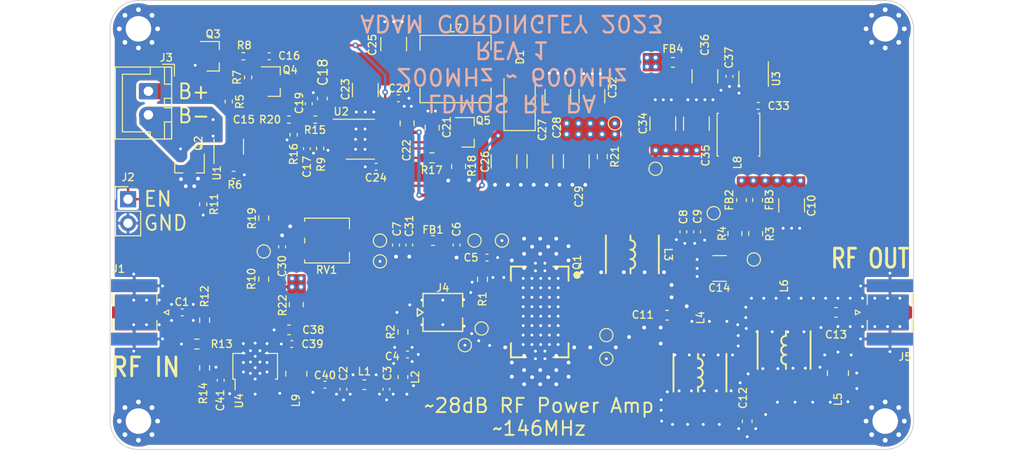
<source format=kicad_pcb>
(kicad_pcb (version 20221018) (generator pcbnew)
  (layers (0 "F.Cu" signal) (1 "In1.Cu" signal) (2 "In2.Cu" signal) (31 "B.Cu" signal) (34 "B.Paste" user) (35 "F.Paste" user) (36 "B.SilkS" user "B.Silkscreen") (37 "F.SilkS" user "F.Silkscreen") (38 "B.Mask" user) (39 "F.Mask" user) (44 "Edge.Cuts" user))
  (net 0 "")
  (net 1 "/RF_IN")
  (net 2 "/RF_IN_EXT")
  (net 3 "GND")
  (net 4 "/IN_FILT_LC")
  (net 5 "/IN_FILT_FINAL")
  (net 6 "/BIAS_FILT")
  (net 7 "/TEE_ATTN_IN")
  (net 8 "/FET_PWR_FILT")
  (net 9 "/FET_DRAIN")
  (net 10 "/OUT_FILT_1")
  (net 11 "/OUT_FILT_2")
  (net 12 "/OUT_FILT_3")
  (net 13 "/RF_OUT_EXT")
  (net 14 "/C_DAMP")
  (net 15 "/COAX_TP_IN")
  (net 16 "/FET_GATE")
  (net 17 "/BIAS")
  (net 18 "BOOST_VOUT")
  (net 19 "/Power Conversion/BATT_GND")
  (net 20 "/Power Conversion/PROT_VDD")
  (net 21 "/Power Conversion/BOOST_VIN")
  (net 22 "/Power Conversion/VIN_SW_G")
  (net 23 "/Power Conversion/BOOST_SS")
  (net 24 "/Power Conversion/BOOST_VCOMP")
  (net 25 "/Power Conversion/VC_RC")
  (net 26 "/Power Conversion/INTVCC")
  (net 27 "/Power Conversion/BOOST_DRV")
  (net 28 "/Power Conversion/BOOST_ISNS")
  (net 29 "/Power Conversion/BUCK_SW")
  (net 30 "/Power Conversion/BUCK_BST")
  (net 31 "V-5P0")
  (net 32 "/Power Conversion/BUCK_VIN")
  (net 33 "/TEE_ATTN")
  (net 34 "Net-(C38-Pad1)")
  (net 35 "/RF_AMP_OUT")
  (net 36 "/V-VCC_BIAS")
  (net 37 "/RF_AMP_IN")
  (net 38 "/TEE_OUT")
  (net 39 "/Power Conversion/BOOST_SW")
  (net 40 "/Power Conversion/BOOST_EN")
  (net 41 "/Power Conversion/VIN_EXT")
  (net 42 "/Power Conversion/BUCK_FB")
  (net 43 "/Power Conversion/PROT_DO")
  (net 44 "/Power Conversion/VIN_SW_NFET_D")
  (net 45 "/Power Conversion/BOOST_GATE")
  (net 46 "/Power Conversion/BOOST_CS")
  (net 47 "/Power Conversion/PROT_VM")
  (net 48 "/Power Conversion/BOOST_RT")
  (net 49 "/Power Conversion/BOOST_FB")
  (net 50 "/Power Conversion/PROT_CO")
  (net 52 "/Power Conversion/BOOST_PG")
  (footprint "Inductor_SMD:L_1008_2520Metric" (layer "F.Cu") (at 156 86.925 90)
    (fp_text reference "L5")
    (fp_text value "10nH")
  )
  (footprint "Capacitor_SMD:C_0603_1608Metric" (layer "F.Cu") (at 137.925 80.8 180)
    (fp_text reference "C11")
    (fp_text value "6.8pF")
  )
  (footprint "Resistor_SMD:R_0402_1005Metric" (layer "F.Cu") (at 98.42 61.71 -90)
    (fp_text reference "R16")
    (fp_text value "10k")
  )
  (footprint "Inductor_SMD:L_0603_1608Metric" (layer "F.Cu") (at 113.1625 72.9)
    (fp_text reference "FB1")
    (fp_text value "330@100MHz")
  )
  (footprint "Capacitor_SMD:C_1210_3225Metric" (layer "F.Cu") (at 120.67 64.525 -90)
    (fp_text reference "C26")
    (fp_text value "22uF")
  )
  (footprint "TestPoint:TestPoint_Pad_D1.0mm" (layer "F.Cu") (at 120.45 72.9)
    (fp_text reference "TP8" hide)
    (fp_text value "TestPoint")
  )
  (footprint "TestPoint:TestPoint_Pad_D1.0mm" (layer "F.Cu") (at 131.5 85.4)
    (fp_text reference "TP12" hide)
    (fp_text value "TestPoint")
  )
  (footprint "Resistor_SMD:R_0402_1005Metric" (layer "F.Cu") (at 91.55 58.2 -90)
    (fp_text reference "R5")
    (fp_text value "330")
  )
  (footprint "Resistor_SMD:R_0603_1608Metric" (layer "F.Cu") (at 113.045 64.15 180)
    (fp_text reference "R17")
    (fp_text value "0.0")
  )
  (footprint "Resistor_SMD:R_0402_1005Metric" (layer "F.Cu") (at 93.09 53.4 180)
    (fp_text reference "R8")
    (fp_text value "330")
  )
  (footprint "Capacitor_SMD:C_1210_3225Metric" (layer "F.Cu") (at 137.475 60.525 90)
    (fp_text reference "C34")
    (fp_text value "22uF")
  )
  (footprint "Capacitor_SMD:C_1210_3225Metric" (layer "F.Cu") (at 151.1 69.175 90)
    (fp_text reference "C10")
    (fp_text value "10uF")
  )
  (footprint "Resistor_SMD:R_0402_1005Metric" (layer "F.Cu") (at 88.85 69.06 -90)
    (fp_text reference "R11")
    (fp_text value "10k")
  )
  (footprint "Repowered_TO-SOT-SMD:SOT-23" (layer "F.Cu") (at 96.35 56.08)
    (fp_text reference "Q4")
    (fp_text value "DMP2035U-7")
  )
  (footprint "Resistor_SMD:R_0603_1608Metric" (layer "F.Cu") (at 118.4 77 90)
    (fp_text reference "R1")
    (fp_text value "49.9")
  )
  (footprint "Package_TO_SOT_SMD:SOT-23-6" (layer "F.Cu") (at 91.55 62.9625 90)
    (fp_text reference "U1")
    (fp_text value "AP9101CK6")
  )
  (footprint "Capacitor_SMD:C_0402_1005Metric" (layer "F.Cu") (at 99.82 63.18 -90)
    (fp_text reference "C17")
    (fp_text value "0.1uF")
  )
  (footprint "Package_TO_SOT_SMD:TSOT-23-6" (layer "F.Cu") (at 147.075 55.7875 -90)
    (fp_text reference "U3")
    (fp_text value "AP63205WU-7")
  )
  (footprint "Capacitor_SMD:C_0402_1005Metric" (layer "F.Cu") (at 101.73 88.15 180)
    (fp_text reference "C40")
    (fp_text value "1000pF")
  )
  (footprint "Resistor_SMD:R_0603_1608Metric" (layer "F.Cu") (at 109.98 82.575 90)
    (fp_text reference "R2")
    (fp_text value "0.0")
  )
  (footprint "TestPoint:TestPoint_Pad_D1.0mm" (layer "F.Cu") (at 147.1 74.9)
    (fp_text reference "TP7" hide)
    (fp_text value "TestPoint")
  )
  (footprint "TestPoint:TestPoint_Pad_D1.0mm" (layer "F.Cu") (at 132.4 60.5)
    (fp_text reference "TP5" hide)
    (fp_text value "TestPoint")
  )
  (footprint "Capacitor_SMD:C_0402_1005Metric" (layer "F.Cu") (at 139.65 71.98 -90)
    (fp_text reference "C8")
    (fp_text value "1000pF")
  )
  (footprint "Potentiometer_SMD:Potentiometer_Bourns_3314G_Vertical" (layer "F.Cu") (at 101.95 72.9 90)
    (fp_text reference "RV1")
    (fp_text value "10k")
  )
  (footprint "TestPoint:TestPoint_Pad_D1.0mm" (layer "F.Cu") (at 142.85 70)
    (fp_text reference "TP4" hide)
    (fp_text value "TestPoint")
  )
  (footprint "Package_TO_SOT_SMD:SOT-89-3" (layer "F.Cu") (at 94.35 86.2 90)
    (fp_text reference "U4")
    (fp_text value "PGA-105")
  )
  (footprint "Capacitor_SMD:C_0402_1005Metric" (layer "F.Cu") (at 110.65 73.38 -90)
    (fp_text reference "C31")
    (fp_text value "1000pF")
  )
  (footprint "TestPoint:TestPoint_Pad_D1.0mm" (layer "F.Cu") (at 116.532233 83.967767 -45)
    (fp_text reference "TP13" hide)
    (fp_text value "TestPoint")
  )
  (footprint "Repowered_Connectors:SMA_Amphenol_132384_EdgeMount" (layer "F.Cu") (at 81.2 80.5 -90)
    (fp_text reference "J1")
    (fp_text value "Conn_Coaxial")
  )
  (footprint "Resistor_SMD:R_0402_1005Metric" (layer "F.Cu") (at 93.6 55.64 90)
    (fp_text reference "R7")
    (fp_text value "10k")
  )
  (footprint "Capacitor_SMD:C_0402_1005Metric" (layer "F.Cu") (at 115.65 73.38 -90)
    (fp_text reference "C6")
    (fp_text value "0.1uF")
  )
  (footprint "Resistor_SMD:R_0603_1608Metric" (layer "F.Cu") (at 89 81.325 -90)
    (fp_text reference "R12")
    (fp_text value "0.0")
  )
  (footprint "Inductor_SMD:L_0603_1608Metric" (layer "F.Cu") (at 138.5375 54.05)
    (fp_text reference "FB4")
    (fp_text value "330@100MHz")
  )
  (footprint "Inductor_SMD:L_0603_1608Metric" (layer "F.Cu") (at 147.5 68.6125 90)
    (fp_text reference "FB3")
    (fp_text value "330@100MHz")
  )
  (footprint "TestPoint:TestPoint_Pad_D1.0mm" (layer "F.Cu") (at 117.55 72.9)
    (fp_text reference "TP2" hide)
    (fp_text value "TestPoint")
  )
  (footprint "Capacitor_SMD:C_0402_1005Metric" (layer "F.Cu") (at 100.02 58.42 90)
    (fp_text reference "C19")
    (fp_text value "0.022uF")
  )
  (footprint "Diode_SMD:D_SMA" (layer "F.Cu") (at 122.32 57.75 90)
    (fp_text reference "D1")
    (fp_text value "SS54SMA")
  )
  (footprint "Repowered_TO-SOT-SMD:SOT-1483-1" (layer "F.Cu") (at 124.5 80.45 90)
    (fp_text reference "Q1")
    (fp_text value "BLP15H9S100GZ")
  )
  (footprint "Capacitor_SMD:C_0402_1005Metric" (layer "F.Cu") (at 118.88 74.7)
    (fp_text reference "C5")
    (fp_text value "1000pF")
  )
  (footprint "Connector_PinHeader_2.54mm:PinHeader_1x02_P2.54mm_Vertical" (layer "F.Cu") (at 80.9 68.525)
    (fp_text reference "J2")
    (fp_text value "Conn_01x02")
  )
  (footprint "Resistor_SMD:R_0603_1608Metric" (layer "F.Cu") (at 95.25 70.525 90)
    (fp_text reference "R19")
    (fp_text value "0.0")
  )
  (footprint "Inductor_SMD:L_Sunlord_MWSA0624S" (layer "F.Cu") (at 115.545 54.75)
    (fp_text reference "L7")
    (fp_text value "10uH")
  )
  (footprint "Repowered_TO-SOT-SMD:SOT-23" (layer "F.Cu") (at 87.4 65.1 -90)
    (fp_text reference "Q2")
    (fp_text value "DMN3023L")
  )
  (footprint "TestPoint:TestPoint_Pad_D1.0mm" (layer "F.Cu") (at 136.7 65.3)
    (fp_text reference "TP10" hide)
    (fp_text value "TestPoint")
  )
  (footprint "Capacitor_SMD:C_0805_2012Metric" (layer "F.Cu") (at 110.42 60.5 90)
    (fp_text reference "C22")
    (fp_text value "1uF")
  )
  (footprint "TestPoint:TestPoint_Pad_D1.0mm" (layer "F.Cu") (at 107.55 72.9)
    (fp_text reference "TP1" hide)
    (fp_text value "TestPoint")
  )
  (footprint "MountingHole:MountingHole_2.7mm_M2.5_Pad_Via" (layer "F.Cu") (at 82 92)
    (fp_text reference "H4" hide)
    (fp_text value "M2.5")
  )
  (footprint "Inductor_SMD:L_1008_2520Metric_Pad1.43x2.20mm_HandSolder" (layer "F.Cu") (at 98.7 86.9875 -90)
    (fp_text reference "L9")
    (fp_text value "120nH")
  )
  (footprint "TestPoint:TestPoint_Pad_D1.0mm" (layer "F.Cu") (at 95.25 74.05)
    (fp_text reference "TP9" hide)
    (fp_text value "TestPoint")
  )
  (footprint "Capacitor_SMD:C_0402_1005Metric" (layer "F.Cu") (at 110.46 84.95)
    (fp_text reference "C4")
    (fp_text value "3.6pF")
  )
  (footprint "Capacitor_SMD:C_0402_1005Metric" (layer "F.Cu") (at 90.7 87.68 90)
    (fp_text reference "C41")
    (fp_text value "1000pF")
  )
  (footprint "Capacitor_SMD:C_0402_1005Metric" (layer "F.Cu") (at 95.83 53.4 180)
    (fp_text reference "C16")
    (fp_text value "1000pF")
  )
  (footprint "Resistor_SMD:R_0603_1608Metric" (layer "F.Cu") (at 131.07 64.025 -90)
    (fp_text reference "R21")
    (fp_text value "0.0")
  )
  (footprint "Capacitor_SMD:C_0402_1005Metric" (layer "F.Cu") (at 144.525 55.53 -90)
    (fp_text reference "C37")
    (fp_text value "0.1uF")
  )
  (footprint "Resistor_SMD:R_0402_1005Metric" (layer "F.Cu") (at 97.91 60.1 180)
    (fp_text reference "R20")
    (fp_text value "100k")
  )
  (footprint "Capacitor_SMD:C_0402_1005Metric" (layer "F.Cu") (at 98.22 83.85)
    (fp_text reference "C39")
    (fp_text value "1000pF")
  )
  (footprint "Inductor_SMD:L_0603_1608Metric" (layer "F.Cu") (at 109.98 87.3375 90)
    (fp_text reference "L2")
    (fp_text value "16nH")
  )
  (footprint "Resistor_SMD:R_0402_1005Metric" (layer "F.Cu") (at 92.06 65.95)
    (fp_text reference "R6")
    (fp_text value "1k")
  )
  (footprint "Repowered_NetTies:NetTie-2_SMD_Pad0.25mm" (layer "F.Cu") (at 149.125 61.025 -90)
    (fp_text reference "NT1" hide)
    (fp_text value "NetTie_2")
  )
  (footprint "Resistor_SMD:R_0805_2012Metric" (layer "F.Cu") (at 145.1 72.1625 -90)
    (fp_text reference "R4")
    (fp_text value "1.0")
  )
  (footprint "MountingHole:MountingHole_2.7mm_M2.5_Pad_Via" (layer "F.Cu") (at 82 50.5)
    (fp_text reference "H1" hide)
    (fp_text value "M2.5")
  )
  (footprint "Capacitor_SMD:C_0402_1005Metric" (layer "F.Cu") (at 86.63 80.5 180)
    (fp_text reference "C1")
    (fp_text value "1000pF")
  )
  (footprint "Inductor_SMD:L_0603_1608Metric" (layer "F.Cu") (at 105.8925 88.15)
    (fp_text reference "L1")
    (fp_text value "18nH")
  )
  (footprint "Repowered_TO-SOT-SMD:SOT-23" (layer "F.Cu") (at 116.87 61.45)
    (fp_text reference "Q5")
    (fp_text value "DMN3023L")
  )
  (footprint "Repowered_Connectors:SMA_Amphenol_132384_EdgeMount" (layer "F.Cu") (at 161.85 80.5 90)
    (fp_text reference "J5")
    (fp_text value "Conn_Coaxial")
  )
  (footprint "Resistor_SMD:R_0402_1005Metric" (layer "F.Cu") (at 101.22 63.16 90)
    (fp_text reference "R9")
    (fp_text value "24.9k")
  )
  (footprint "Repowered_Inductors_SMD:L_Coilcraft_2222SQ-181" (layer "F.Cu") (at 141.4 86.885 -90)
    (fp_text reference "L4")
    (fp_text value "180nH")
  )
  (footprint "Capacitor_SMD:C_0805_2012Metric" (layer "F.Cu") (at 113.07 60.95 90)
    (fp_text reference "C21")
    (fp_text value "4.7uF")
  )
  (footprint "Capacitor_SMD:C_1210_3225Metric" (layer "F.Cu") (at 128.32 64.525 -90)
    (fp_text reference "C29")
    (fp_text value "22uF")
  )
  (footprint "Capacitor_SMD:C_1210_3225Metric" (layer "F.Cu") (at 129.97 57.625 90)
    (fp_text reference "C32")
    (fp_text value "22uF")
  )
  (footprint "Connector_JST:JST_XH_B2B-XH-A_1x02_P2.50mm_Vertical" (layer "F.Cu") (at 83.05 57.1 -90)
    (fp_text reference "J3")
    (fp_text value "JST-XH")
  )
  (footprint "Resistor_SMD:R_0805_2012Metric" (layer "F.Cu") (at 115.87 65.0625 90)
    (fp_text reference "R18")
    (fp_text value "0.005")
  )
  (footprint "Capacitor_SMD:C_0402_1005Metric" (layer "F.Cu") (at 109.5 57.85 180)
    (fp_text reference "C20")
    (fp_text value "0.1uF")
  )
  (footprint "Capacitor_SMD:C_1210_3225Metric" (layer "F.Cu") (at 124.47 64.525 -90)
    (fp_text reference "C27")
    (fp_text value "22uF")
  )
  (footprint "Capacitor_SMD:C_1210_3225Metric" (layer "F.Cu") (at 143.475 75.85)
    (fp_text reference "C14")
    (fp_text value "10uF")
  )
  (footprint "Capacitor_SMD:C_1210_3225Metric" (layer "F.Cu") (at 126.37 57.625 90)
    (fp_text reference "C28")
    (fp_text value "22uF")
  )
  (footprint "Capacitor_SMD:C_1210_3225Metric" (layer "F.Cu") (at 141.925 55.525 90)
    (fp_text reference "C36")
    (fp_text value "10uF")
  )
  (footprint "Capacitor_SMD:C_0402_1005Metric" (layer "F.Cu") (at 97.2 73.57 90)
    (fp_text reference "C30")
    (fp_text value "0.1uF")
  )
  (footprint "MountingHole:MountingHole_2.7mm_M2.5_Pad_Via" (layer "F.Cu") (at 161 92)
    (fp_text reference "H3" hide)
    (fp_text value "M2.5")
  )
  (footprint "Resistor_SMD:R_0603_1608Metric" (layer "F.Cu") (at 95.25 76.975 -90)
    (fp_text reference "R10")
    (fp_text value "0.0")
  )
  (footprint "Capacitor_SMD:C_1210_3225Metric" (layer "F.Cu") (at 109 52.125 90)
    (fp_text reference "C25")
    (fp_text value "22uF")
  )
  (footprint "Capacitor_SMD:C_0603_1608Metric" (layer "F.Cu") (at 146.4 92.025 -90)
    (fp_text reference "C12")
    (fp_text value "100pF")
  )
  (footprint "Resistor_SMD:R_0805_2012Metric" (layer "F.Cu") (at 147.3 72.1625 -90)
    (fp_text reference "R3")
    (fp_text value "1.0")
  )
  (footprint "Capacitor_SMD:C_0402_1005Metric" (layer "F.Cu") (at 91.07 60.1)
    (fp_text reference "C15")
    (fp_text value "0.1uF")
  )
  (footprint "Repowered_Inductors_SMD:L_Coilcraft_2222SQ-181" (layer "F.Cu") (at 150.3 84.485 90)
    (fp_text reference "L6")
    (fp_text value "180nH")
  )
  (footprint "Resistor_SMD:R_0603_1608Metric" (layer "F.Cu") (at 89 86.375 -90)
    (fp_text reference "R14")
    (fp_text value "0.0")
  )
  (footprint "Capacitor_SMD:C_0402_1005Metric" (layer "F.Cu") (at 141.1 71.98 -90)
    (fp_text reference "C9")
    (fp_text value "0.1uF")
  )
  (footprint "Capacitor_SMD:C_0402_1005Metric" (layer "F.Cu") (at 147.555 58.65)
    (fp_text reference "C33")
    (fp_text value "0.1uF")
  )
  (footprint "Capacitor_SMD:C_0603_1608Metric" (layer "F.Cu") (at 155.8 80.5 180)
    (fp_text reference "C13")
    (fp_text value "6.8pF")
  )
  (footprint "Inductor_SMD:L_Sunlord_SWPA4018S" (layer "F.Cu") (at 145.475 61.7 -90)
    (fp_text reference "L8")
    (fp_text value "4.7uH")
  )
  (footprint "Repowered_TO-SOT-SMD:SOT-23" (layer "F.Cu") (at 89.9 53.4)
    (fp_text reference "Q3")
    (fp_text value "Si2302")
  )
  (footprint "TestPoint:TestPoint_Pad_D1.0mm" (layer "F.Cu") (at 131.5 82.9)
    (fp_text reference "TP6" hide)
    (fp_text value "TestPoint")
  )
  (footprint "TestPoint:TestPoint_Pad_D1.0mm" (layer "F.Cu") (at 107.55 75.1)
    (fp_text reference "TP11" hide)
    (fp_text value "TestPoint")
  )
  (footprint "Resistor_SMD:R_0603_1608Metric" (layer "F.Cu") (at 88.175 83.85)
    (fp_text reference "R13")
    (fp_text value "0.0")
  )
  (footprint "Capacitor_SMD:C_0402_1005Metric" (layer "F.Cu") (at 107.14 65.1 180)
    (fp_text reference "C24")
    (fp_text value "1000pF")
  )
  (footprint "Capacitor_SMD:C_1210_3225Metric" (layer "F.Cu") (at 141.025 60.525 90)
    (fp_text reference "C35")
    (fp_text value "22uF")
  )
  (footprint "Inductor_SMD:L_0603_1608Metric" (layer "F.Cu") (at 145.8 68.6125 90)
    (fp_text reference "FB2")
    (fp_text value "330@100MHz")
  )
  (footprint "Capacitor_SMD:C_0402_1005Metric" (layer "F.Cu") (at 108.23 88.63 -90)
    (fp_text reference "C3")
    (fp_text value "12pF")
  )
  (footprint "Capacitor_SMD:C_0402_1005Metric" (layer "F.Cu") (at 109.25 73.38 -90)
    (fp_text reference "C7")
    (fp_text value "0.1uF")
  )
  (footprint "Capacitor_SMD:C_0603_1608Metric" (layer "F.Cu") (at 97.925 82.35 180)
    (fp_text reference "C38")
    (fp_text value "2.2uF")
  )
  (footprint "Capacitor_SMD:C_0603_1608Metric" (layer "F.Cu") (at 101.45 57.875 90)
    (fp_text reference "C18")
    (fp_text value "100pF")
  )
  (footprint "Repowered_Inductors_SMD:L_Coilcraft_2222SQ-181" (layer "F.Cu") (at 134.25 74.365 -90)
    (fp_text reference "L3")
    (fp_text value "180nH")
  )
  (footprint "Resistor_SMD:R_0402_1005Metric" (layer "F.Cu") (at 100.71 60.1)
    (fp_text reference "R15")
    (fp_text value "7.5k")
  )
  (footprint "Capacitor_SMD:C_0402_1005Metric" (layer "F.Cu") (at 103.68 88.63 -90)
    (fp_text reference "C2")
    (fp_text value "5.6pF")
  )
  (footprint "MountingHole:MountingHole_2.7mm_M2.5_Pad_Via" (layer "F.Cu") (at 161 50.5)
    (fp_text reference "H2" hide)
    (fp_text value "M2.5")
  )
  (footprint "TestPoint:TestPoint_Pad_D1.0mm" (layer "F.Cu") (at 118.3 82.2 -45)
    (fp_text reference "TP3" hide)
    (fp_text value "TestPoint")
  )
  (footprint "Capacitor_SMD:C_1210_3225Metric" (layer "F.Cu") (at 106 56.975 -90)
    (fp_text reference "C23")
    (fp_text value "22uF")
  )
  (footprint "Repowered_Connectors:Connector_Murata_MM8430-2610RA1" (layer "F.Cu") (at 114.2 80.5)
    (fp_text reference "J4")
    (fp_text value "MM8430-2610")
  )
  (footprint "Resistor_SMD:R_0805_2012Metric" (layer "F.Cu") (at 98.7 79.6875 90)
    (fp_text reference "R22")
    (fp_text value "1.8")
  )
  (footprint "Package_SO:MSOP-12-1EP_3x4mm_P0.65mm_EP1.65x2.85mm" (layer "F.Cu") (at 105.47 62.175)
    (fp_text reference "U2")
    (fp_text value "LT3759xMSE")
  )
  (gr_line (start 164 92) (end 164 50.5) (stroke (width 0.1)) (layer "Edge.Cuts"))
  (gr_arc (start 161 47.5) (mid 163.12132 48.37868) (end 164 50.5) (stroke (width 0.1)) (layer "Edge.Cuts"))
  (gr_line (start 82 95) (end 161 95) (stroke (width 0.1)) (layer "Edge.Cuts"))
  (gr_arc (start 164 92) (mid 163.12132 94.12132) (end 161 95) (stroke (width 0.1)) (layer "Edge.Cuts"))
  (gr_line (start 79 50.5) (end 79 92) (stroke (width 0.1)) (layer "Edge.Cuts"))
  (gr_arc (start 82 95) (mid 79.87868 94.12132) (end 79 92) (stroke (width 0.1)) (layer "Edge.Cuts"))
  (gr_arc (start 79 50.5) (mid 79.87868 48.37868) (end 82 47.5) (stroke (width 0.1)) (layer "Edge.Cuts"))
  (gr_line (start 82 47.5) (end 161 47.5) (stroke (width 0.1)) (layer "Edge.Cuts"))
  (gr_text "LDMOS RF PA\n200MHz ~ 600MHz\nREV 1\nADAM CORDINGLEY 2023" (at 121.5 48.9 180) (layer "B.SilkS") (effects (font (size 1.75 1.75) (thickness 0.25) bold) (justify bottom mirror)))
  (gr_text "~28dB RF Power Amp\n~146MHz" (at 124.4 93.65) (layer "F.SilkS") (effects (font (size 1.5 1.5) (thickness 0.2)) (justify bottom)))
  (gr_text "EN\nGND" (at 82.45 69.775) (layer "F.SilkS") (effects (font (size 1.58 1.5) (thickness 0.2)) (justify left)))
  (gr_text "RF OUT" (at 159.4 74.8) (layer "F.SilkS") (effects (font (size 2 1.5) (thickness 0.3) bold)))
  (gr_text "RF IN" (at 82.75 86.3) (layer "F.SilkS") (effects (font (size 2 1.75) (thickness 0.3) bold)))
  (gr_text "B+\nB-" (at 86.05 58.4) (layer "F.SilkS") (effects (font (size 1.58 1.5) (thickness 0.2)) (justify left)))
  (segment (start 103.68 88.15) (end 105.105 88.15) (width 0.35) (layer "F.Cu") (net 1))
  (segment (start 102.21 88.15) (end 103.68 88.15) (width 0.35) (layer "F.Cu") (net 1))
  (segment (start 81.75 80.5) (end 86.15 80.5) (width 0.35) (layer "F.Cu") (net 2))
  (via (at 130 55.25) (size 0.6) (drill 0.3) (layers "F.Cu" "B.Cu") (net 3))
  (via (at 146.5 87) (size 0.6) (drill 0.3) (layers "F.Cu" "B.Cu") (net 3))
  (via (at 125.35 73.55) (size 0.8) (drill 0.4) (layers "F.Cu" "B.Cu") (net 3))
  (via (at 110.12 58.7) (size 0.6) (drill 0.3) (layers "F.Cu" "B.Cu") (net 3))
  (via (at 135.55 76.25) (size 0.8) (drill 0.4) (layers "F.Cu" "B.Cu") (net 3))
  (via (at 130.95 76.25) (size 0.8) (drill 0.4) (layers "F.Cu" "B.Cu") (net 3))
  (via (at 150.2 71.6) (size 0.6) (drill 0.3) (layers "F.Cu" "B.Cu") (net 3))
  (via (at 146.85 79) (size 0.6) (drill 0.3) (layers "F.Cu" "B.Cu") (net 3))
  (via (at 124.5 72.7) (size 0.8) (drill 0.4) (layers "F.Cu" "B.Cu") (net 3))
  (via (at 123.625 83.9) (size 0.6) (drill 0.3) (layers "F.Cu" "B.Cu") (net 3))
  (via (at 136.675 58) (size 0.6) (drill 0.3) (layers "F.Cu" "B.Cu") (net 3))
  (via (at 154.7 79) (size 0.6) (drill 0.3) (layers "F.Cu" "B.Cu") (net 3))
  (via (at 152.55 86.4) (size 0.6) (drill 0.3) (layers "F.Cu" "B.Cu") (net 3))
  (via (at 133.35 76.25) (size 0.8) (drill 0.4) (layers "F.Cu" "B.Cu") (net 3))
  (via (at 84.2 79.2) (size 0.6) (drill 0.3) (layers "F.Cu" "B.Cu") (net 3))
  (via (at 124.55 80.9) (size 0.6) (drill 0.3) (layers "F.Cu" "B.Cu") (net 3))
  (via (at 155.1875 90) (size 0.6) (drill 0.3) (layers "F.Cu" "B.Cu") (net 3))
  (via (at 125.475 78.9) (size 0.6) (drill 0.3) (layers "F.Cu" "B.Cu") (net 3))
  (via (at 93.85 86.95) (size 0.6) (drill 0.3) (layers "F.Cu" "B.Cu") (net 3))
  (via (at 94.85 86.95) (size 0.6) (drill 0.3) (layers "F.Cu" "B.Cu") (net 3))
  (via (at 141.9 72.85) (size 0.6) (drill 0.3) (layers "F.Cu" "B.Cu") (net 3))
  (via (at 126.2 74.3) (size 0.8) (drill 0.4) (layers "F.Cu" "B.Cu") (net 3))
  (via (at 128.1 84.2) (size 0.8) (drill 0.4) (layers "F.Cu" "B.Cu") (net 3))
  (via (at 126.4 82.9) (size 0.6) (drill 0.3) (layers "F.Cu" "B.Cu") (net 3))
  (via (at 81.5 84.6) (size 0.6) (drill 0.3) (layers "F.Cu" "B.Cu") (net 3))
  (via (at 161.5 76.35) (size 0.6) (drill 0.3) (layers "F.Cu" "B.Cu") (net 3))
  (via (at 151.1 71.6) (size 0.6) (drill 0.3) (layers "F.Cu" "B.Cu") (net 3))
  (via (at 122.7 77.9) (size 0.6) (drill 0.3) (layers "F.Cu" "B.Cu") (net 3))
  (via (at 137.525 58) (size 0.6) (drill 0.3) (layers "F.Cu" "B.Cu") (net 3))
  (via (at 109.1 84.2) (size 0.6) (drill 0.3) (layers "F.Cu" "B.Cu") (net 3))
  (via (at 126.4 80.9) (size 0.6) (drill 0.3) (layers "F.Cu" "B.Cu") (net 3))
  (via (at 156 84.7) (size 0.6) (drill 0.3) (layers "F.Cu" "B.Cu") (net 3))
  (via (at 107.55 75.1) (size 0.6) (drill 0.3) (layers "F.Cu" "B.Cu") (net 3))
  (via (at 138.4 77.6) (size 0.8) (drill 0.4) (layers "F.Cu" "B.Cu") (net 3))
  (via (at 112.62 59.2) (size 0.6) (drill 0.3) (layers "F.Cu" "B.Cu") (net 3))
  (via (at 104.7 87.1) (size 0.6) (drill 0.3) (layers "F.Cu" "B.Cu") (net 3))
  (via (at 148.35 91.3) (size 0.6) (drill 0.3) (layers "F.Cu" "B.Cu") (net 3))
  (via (at 132.5 84.2) (size 0.8) (drill 0.4) (layers "F.Cu" "B.Cu") (net 3))
  (via (at 124.55 81.9) (size 0.6) (drill 0.3) (layers "F.Cu" "B.Cu") (net 3))
  (via (at 125.475 83.9) (size 0.6) (drill 0.3) (layers "F.Cu" "B.Cu") (net 3))
  (via (at 156 79) (size 0.6) (drill 0.3) (layers "F.Cu" "B.Cu") (net 3))
  (via (at 137.3 89.75) (size 0.6) (drill 0.3) (layers "F.Cu" "B.Cu") (net 3))
  (via (at 145.4 81.8) (size 0.6) (drill 0.3) (layers "F.Cu" "B.Cu") (net 3))
  (via (at 107.5 89.15) (size 0.6) (drill 0.3) (layers "F.Cu" "B.Cu") (net 3))
  (via (at 124.55 79.9) (size 0.6) (drill 0.3) (layers "F.Cu" "B.Cu") (net 3))
  (via (at 125.475 79.9) (size 0.6) (drill 0.3) (layers "F.Cu" "B.Cu") (net 3))
  (via (at 124.55 83.9) (size 0.6) (drill 0.3) (layers "F.Cu" "B.Cu") (net 3))
  (via (at 109 85.9) (size 0.6) (drill 0.3) (layers "F.Cu" "B.Cu") (net 3))
  (via (at 123.65 73.55) (size 0.8) (drill 0.4) (layers "F.Cu" "B.Cu") (net 3))
  (via (at 127.5 87.3) (size 0.8) (drill 0.4) (layers "F.Cu" "B.Cu") (net 3))
  (via (at 124.55 78.9) (size 0.6) (drill 0.3) (layers "F.Cu" "B.Cu") (net 3))
  (via (at 97.1 83.85) (size 0.6) (drill 0.3) (layers "F.Cu" "B.Cu") (net 3))
  (via (at 113.42 59.2) (size 0.6) (drill 0.3) (layers "F.Cu" "B.Cu") (net 3))
  (via (at 123.625 82.9) (size 0.6) (drill 0.3) (layers "F.Cu" "B.Cu") (net 3))
  (via (at 125.17714 67) (size 0.8) (drill 0.4) (layers "F.Cu" "B.Cu") (net 3))
  (via (at 123.625 78.9) (size 0.6) (drill 0.3) (layers "F.Cu" "B.Cu") (net 3))
  (via (at 143.625 57) (size 0.6) (drill 0.3) (layers "F.Cu" "B.Cu") (net 3))
  (via (at 127.90571 67) (size 0.8) (drill 0.4) (layers "F.Cu" "B.Cu") (net 3))
  (via (at 124.55 77.9) (size 0.6) (drill 0.3) (layers "F.Cu" "B.Cu") (net 3))
  (via (at 105.05 59.3) (size 0.6) (drill 0.3) (layers "F.Cu" "B.Cu") (net 3))
  (via (at 141.8 85) (size 0.6) (drill 0.3) (layers "F.Cu" "B.Cu") (net 3))
  (via (at 109.9 49.75) (size 0.6) (drill 0.3) (layers "F.Cu" "B.Cu") (net 3))
  (via (at 127.5 73.5) (size 0.8) (drill 0.4) (layers "F.Cu" "B.Cu") (net 3))
  (via (at 105.02 61.1) (size 0.6) (drill 0.3) (layers "F.Cu" "B.Cu") (net 3))
  (via (at 128.9 76.25) (size 0.8) (drill 0.4) (layers "F.Cu" "B.Cu") (net 3))
  (via (at 109 49.75) (size 0.6) (drill 0.3) (layers "F.Cu" "B.Cu") (net 3))
  (via (at 161.5 84.65) (size 0.6) (drill 0.3) (layers "F.Cu" "B.Cu") (net 3))
  (via (at 93.85 85.75) (size 0.6) (drill 0.3) (layers "F.Cu" "B.Cu") (net 3))
  (via (at 137.25 82.1) (size 0.8) (drill 0.4) (layers "F.Cu" "B.Cu") (net 3))
  (via (at 100.5 57.25) (size 0.6) (drill 0.3) (layers "F.Cu" "B.Cu") (net 3))
  (via (at 98.05 71.4) (size 0.8) (drill 0.4) (layers "F.Cu" "B.Cu") (net 3))
  (via (at 81.5 79.2) (size 0.6) (drill 0.3) (layers "F.Cu" "B.Cu") (net 3))
  (via (at 122.8 86.6) (size 0.8) (drill 0.4) (layers "F.Cu" "B.Cu") (net 3))
  (via (at 120.8 84.2) (size 0.8) (drill 0.4) (layers "F.Cu" "B.Cu") (net 3))
  (via (at 148.05 86.45) (size 0.6) (drill 0.3) (layers "F.Cu" "B.Cu") (net 3))
  (via (at 93.85 84.55) (size 0.6) (drill 0.3) (layers "F.Cu" "B.Cu") (net 3))
  (via (at 157.3 79) (size 0.6) (drill 0.3) (layers "F.Cu" "B.Cu") (net 3))
  (via (at 82.85 81.8) (size 0.6) (drill 0.3) (layers "F.Cu" "B.Cu") (net 3))
  (via (at 123.65 87.35) (size 0.8) (drill 0.4) (layers "F.Cu" "B.Cu") (net 3))
  (via (at 152.1 79) (size 0.6) (drill 0.3) (layers "F.Cu" "B.Cu") (net 3))
  (via (at 125 76.1) (size 0.6) (drill 0.3) (layers "F.Cu" "B.Cu") (net 3))
  (via (at 124 76.1) (size 0.6) (drill 0.3) (layers "F.Cu" "B.Cu") (net 3))
  (via (at 84.55 77.7) (size 0.6) (drill 0.3) (layers "F.Cu" "B.Cu") (net 3))
  (via (at 137.25 83.8) (size 0.8) (drill 0.4) (layers "F.Cu" "B.Cu") (net 3))
  (via (at 157.4 85) (size 0.6) (drill 0.3) (layers "F.Cu" "B.Cu") (net 3))
  (via (at 122.8 85.1) (size 0.8) (drill 0.4) (layers "F.Cu" "B.Cu") (net 3))
  (via (at 117.15 78.4) (size 0.6) (drill 0.3) (layers "F.Cu" "B.Cu") (net 3))
  (via (at 95.6 86.8) (size 0.6) (drill 0.3) (layers "F.Cu" "B.Cu") (net 3))
  (via (at 123.625 76.9) (size 0.6) (drill 0.3) (layers "F.Cu" "B.Cu") (net 3))
  (via (at 126.4 79.9) (size 0.6) (drill 0.3) (layers "F.Cu" "B.Cu") (net 3))
  (via (at 94.35 85.15) (size 0.6) (drill 0.3) (layers "F.Cu" "B.Cu") (net 3))
  (via (at 116.532233 83.967767) (size 0.6) (drill 0.3) (layers "F.Cu" "B.Cu") (net 3))
  (via (at 106 59.3) (size 0.6) (drill 0.3) (layers "F.Cu" "B.Cu") (net 3))
  (via (at 127.5 75) (size 0.8) (drill 0.4) (layers "F.Cu" "B.Cu") (net 3))
  (via (at 157.98644 86.914625) (size 0.6) (drill 0.3) (layers "F.Cu" "B.Cu") (net 3))
  (via (at 123.625 77.9) (size 0.6) (drill 0.3) (layers "F.Cu" "B.Cu") (net 3))
  (via (at 93.1 83.8) (size 0.6) (drill 0.3) (layers "F.Cu" "B.Cu") (net 3))
  (via (at 119.15 84) (size 0.6) (drill 0.3) (layers "F.Cu" "B.Cu") (net 3))
  (via (at 125.475 81.9) (size 0.6) (drill 0.3) (layers "F.Cu" "B.Cu") (net 3))
  (via (at 126.541425 67) (size 0.8) (drill 0.4) (layers "F.Cu" "B.Cu") (net 3))
  (via (at 142.775 58) (size 0.6) (drill 0.3) (layers "F.Cu" "B.Cu") (net 3))
  (via (at 125.45 55.2) (size 0.6) (drill 0.3) (layers "F.Cu" "B.Cu") (net 3))
  (via (at 149.65 86.45) (size 0.6) (drill 0.3) (layers "F.Cu" "B.Cu") (net 3))
  (via (at 94.35 87.55) (size 0.6) (drill 0.3) (layers "F.Cu" "B.Cu") (net 3))
  (via (at 125 84.6) (size 0.6) (drill 0.3) (layers "F.Cu" "B.Cu") (net 3))
  (via (at 123.625 80.9) (size 0.6) (drill 0.3) (layers "F.Cu" "B.Cu") (net 3))
  (via (at 145.65 87.95) (size 0.6) (drill 0.3) (layers "F.Cu" "B.Cu") (net 3))
  (via (at 131.5 85.4) (size 0.6) (drill 0.3) (layers "F.Cu" "B.Cu") (net 3))
  (via (at 126.2 88.1) (size 0.8) (drill 0.4) (layers "F.Cu" "B.Cu") (net 3))
  (via (at 140.85 73.2) (size 0.6) (drill 0.3) (layers "F.Cu" "B.Cu") (net 3))
  (via (at 154.2 82.1) (size 0.6) (drill 0.3) (layers "F.Cu" "B.Cu") (net 3))
  (via (at 93.1 84.8) (size 0.6) (drill 0.3) (layers "F.Cu" "B.Cu") (net 3))
  (via (at 161.25 82) (size 0.6) (drill 0.3) (layers "F.Cu" "B.Cu") (net 3))
  (via (at 157.3 82) (size 0.6) (drill 0.3) (layers "F.Cu" "B.Cu") (net 3))
  (via (at 84.2 81.8) (size 0.6) (drill 0.3) (layers "F.Cu" "B.Cu") (net 3))
  (via (at 143.45 92.35) (size 0.6) (drill 0.3) (layers "F.Cu" "B.Cu") (net 3))
  (via (at 124 75.3) (size 0.6) (drill 0.3) (layers "F.Cu" "B.Cu") (net 3))
  (via (at 158.4 77.7) (size 0.6) (drill 0.3) (layers "F.Cu" "B.Cu") (net 3))
  (via (at 121.084285 67) (size 0.8) (drill 0.4) (layers "F.Cu" "B.Cu") (net 3))
  (via (at 162.55 79) (size 0.6) (drill 0.3) (layers "F.Cu" "B.Cu") (net 3))
  (via (at 110.4 89.15) (size 0.6) (drill 0.3) (layers "F.Cu" "B.Cu") (net 3))
  (via (at 149.05 82.55) (size 0.6) (drill 0.3) (layers "F.Cu" "B.Cu") (net 3))
  (via (at 137.35 92) (size 0.6) (drill 0.3) (layers "F.Cu" "B.Cu") (net 3))
  (via (at 149.6 90) (size 0.6) (drill 0.3) (layers "F.Cu" "B.Cu") (net 3))
  (via (at 122.7 80.9) (size 0.6) (drill 0.3) (layers "F.Cu" "B.Cu") (net 3))
  (via (at 108.95 89.15) (size 0.6) (drill 0.3) (layers "F.Cu" "B.Cu") (net 3))
  (via (at 115.65 74.7) (size 0.8) (drill 0.4) (layers "F.Cu" "B.Cu") (net 3))
  (via (at 125.35 87.35) (size 0.8) (drill 0.4) (layers "F.Cu" "B.Cu") (net 3))
  (via (at 123.625 79.9) (size 0.6) (drill 0.3) (layers "F.Cu" "B.Cu") (net 3))
  (via (at 161.25 79) (size 0.6) (drill 0.3) (layers "F.Cu" "B.Cu") (net 3))
  (via (at 95.6 83.8) (size 0.6) (drill 0.3) (layers "F.Cu" "B.Cu") (net 3))
  (via (at 114.77 66.55) (size 0.8) (drill 0.4) (layers "F.Cu" "B.Cu") (net 3))
  (via (at 140.125 58) (size 0.6) (drill 0.3) (layers "F.Cu" "B.Cu") (net 3))
  (via (at 81.5 81.8) (size 0.6) (drill 0.3) (layers "F.Cu" "B.Cu") (net 3))
  (via (at 104.4 89.15) (size 0.6) (drill 0.3) (layers "F.Cu" "B.Cu") (net 3))
  (via (at 147.45 82.55) (size 0.6) (drill 0.3) (layers "F.Cu" "B.Cu") (net 3))
  (via (at 110.62 57.85) (size 0.6) (drill 0.3) (layers "F.Cu" "B.Cu") (net 3))
  (via (at 126.2 86.6) (size 0.8) (drill 0.4) (layers "F.Cu" "B.Cu") (net 3))
  (via (at 106 65.1) (size 0.6) (drill 0.3) (layers "F.Cu" "B.Cu") (net 3))
  (via (at 94.35 89.15) (size 0.6) (drill 0.3) (layers "F.Cu" "B.Cu") (net 3))
  (via (at 145.525 56.55) (size 0.6) (drill 0.3) (layers "F.Cu" "B.Cu") (net 3))
  (via (at 110.87 58.7) (size 0.6) (drill 0.3) (layers "F.Cu" "B.Cu") (net 3))
  (via (at 117.3 77.3) (size 0.6) (drill 0.3) (layers "F.Cu" "B.Cu") (net 3))
  (via (at 141.025 58) (size 0.6) (drill 0.3) (layers "F.Cu" "B.Cu") (net 3))
  (via (at 125.475 82.9) (size 0.6) (drill 0.3) (layers "F.Cu" "B.Cu") (net 3))
  (via (at 145.525 57.3) (size 0.6) (drill 0.3) (layers "F.Cu" "B.Cu") (net 3))
  (via (at 121.5 85.8) (size 0.8) (drill 0.4) (layers "F.Cu" "B.Cu") (net 3))
  (via (at 104.97 62.2) (size 0.6) (drill 0.3) (layers "F.Cu" "B.Cu") (net 3))
  (via (at 94.85 84.55) (size 0.6) (drill 0.3) (layers "F.Cu" "B.Cu") (net 3))
  (via (at 141.1 75.85) (size 0.6) (drill 0.3) (layers "F.Cu" "B.Cu") (net 3))
  (via (at 88 54.35) (size 0.6) (drill 0.3) (layers "F.Cu" "B.Cu") (net 3))
  (via (at 158.6 79) (size 0.6) (drill 0.3) (layers "F.Cu" "B.Cu") (net 3))
  (via (at 124.55 76.9) (size 0.6) (drill 0.3) (layers "F.Cu" "B.Cu") (net 3))
  (via (at 102.95 89.15) (size 0.6) (drill 0.3) (layers "F.Cu" "B.Cu") (net 3))
  (via (at 122.8 72.7) (size 0.8) (drill 0.4) (layers "F.Cu" "B.Cu") (net 3))
  (via (at 123.625 81.9) (size 0.6) (drill 0.3) (layers "F.Cu" "B.Cu") (net 3))
  (via (at 120.45 72.9) (size 0.6) (drill 0.3) (layers "F.Cu" "B.Cu") (net 3))
  (via (at 110.7 79.7) (size 0.6) (drill 0.3) (layers "F.Cu" "B.Cu") (net 3))
  (via (at 159.9 82) (size 0.6) (drill 0.3) (layers "F.Cu" "B.Cu") (net 3))
  (via (at 139.2 88.8) (size 0.6) (drill 0.3) (layers "F.Cu" "B.Cu") (net 3))
  (via (at 86.5 66.4) (size 0.8) (drill 0.4) (layers "F.Cu" "B.Cu") (net 3))
  (via (at 87 67.15) (size 0.8) (drill 0.4) (layers "F.Cu" "B.Cu") (net 3))
  (via (at 105.97 63.25) (size 0.6) (drill 0.3) (layers "F.Cu" "B.Cu") (net 3))
  (via (at 114.2 81.8) (size 0.6) (drill 0.3) (layers "F.Cu" "B.Cu") (net 3))
  (via (at 150.7 82.55) (size 0.6) (drill 0.3) (layers "F.Cu" "B.Cu") (net 3))
  (via (at 126.35 55.2) (size 0.6) (drill 0.3) (layers "F.Cu" "B.Cu") (net 3))
  (via (at 93.1 85.8) (size 0.6) (drill 0.3) (layers "F.Cu" "B.Cu") (net 3))
  (via (at 111.6 84.95) (size 0.6) (drill 0.3) (layers "F.Cu" "B.Cu") (net 3))
  (via (at 103.7 89.75) (size 0.6) (drill 0.3) (layers "F.Cu" "B.Cu") (net 3))
  (via (at 144.25 81.45) (size 0.6) (drill 0.3) (layers "F.Cu" "B.Cu") (net 3))
  (via (at 95.6 84.8) (size 0.6) (drill 0.3) (layers "F.Cu" "B.Cu") (net 3))
  (via (at 109.35 80.5) (size 0.6) (drill 0.3) (layers "F.Cu" "B.Cu") (net 3))
  (via (at 127.2 55.2) (size 0.6) (drill 0.3) (layers "F.Cu" "B.Cu") (net 3))
  (via (at 140.55 81.45) (size 0.6) (drill 0.3) (layers "F.Cu" "B.Cu") (net 3))
  (via (at 85.5 79.65) (size 0.6) (drill 0.3) (layers "F.Cu" "B.Cu") (net 3))
  (via (at 106.9 59.3) (size 0.6) (drill 0.3) (layers "F.Cu" "B.Cu") (net 3))
  (via (at 140.1 92.35) (size 0.6) (drill 0.3) (layers "F.Cu" "B.Cu") (net 3))
  (via (at 141.1 74.9) (size 0.6) (drill 0.3) (layers "F.Cu" "B.Cu") (net 3))
  (via (at 86.55 83.85) (size 0.6) (drill 0.3) (layers "F.Cu" "B.Cu") (net 3))
  (via (at 123.812855 67) (size 0.8) (drill 0.4) (layers "F.Cu" "B.Cu") (net 3))
  (via (at 126.4 81.9) (size 0.6) (drill 0.3) (layers "F.Cu" "B.Cu") (net 3))
  (via (at 90.2 86.3) (size 0.6) (drill 0.3) (layers "F.Cu" "B.Cu") (net 3))
  (via (at 112 79.2) (size 0.6) (drill 0.3) (layers "F.Cu" "B.Cu") (net 3))
  (via (at 85.5 81.35) (size 0.6) (drill 0.3) (layers "F.Cu" "B.Cu") (net 3))
  (via (at 157.05 89.95) (size 0.6) (drill 0.3) (layers "F.Cu" "B.Cu") (net 3))
  (via (at 142.4 81.45) (size 0.6) (drill 0.3) (layers "F.Cu" "B.Cu") (net 3))
  (via (at 124 85.4) (size 0.6) (drill 0.3) (layers "F.Cu" "B.Cu") (net 3))
  (via (at 120 74.7) (size 0.6) (drill 0.3) (layers "F.Cu" "B.Cu") (net 3))
  (via (at 126.4 76.9) (size 0.6) (drill 0.3) (layers "F.Cu" "B.Cu") (net 3))
  (via (at 141.1 76.7) (size 0.6) (drill 0.3) (layers "F.Cu" "B.Cu") (net 3))
  (via (at 87.8 79.65) (size 0.6) (drill 0.3) (layers "F.Cu" "B.Cu") (net 3))
  (via (at 145.5 92.8) (size 0.6) (drill 0.3) (layers "F.Cu" "B.Cu") (net 3))
  (via (at 124.5 74.3) (size 0.8) (drill 0.4) (layers "F.Cu" "B.Cu") (net 3))
  (via (at 150.8 79) (size 0.6) (drill 0.3) (layers "F.Cu" "B.Cu") (net 3))
  (via (at 84.55 83.3) (size 0.6) (drill 0.3) (layers "F.Cu" "B.Cu") (net 3))
  (via (at 82.85 79.2) (size 0.6) (drill 0.3) (layers "F.Cu" "B.Cu") (net 3))
  (via (at 130.85 55.25) (size 0.6) (drill 0.3) (layers "F.Cu" "B.Cu") (net 3))
  (via (at 143.15 88.8) (size 0.6) (drill 0.3) (layers "F.Cu" "B.Cu") (net 3))
  (via (at 122.7 82.9) (size 0.6) (drill 0.3) (layers "F.Cu" "B.Cu") (net 3))
  (via (at 153.325 90) (size 0.6) (drill 0.3) (layers "F.Cu" "B.Cu") (net 3))
  (via (at 100.45 88.95) (size 0.6) (drill 0.3) (layers "F.Cu" "B.Cu") (net 3))
  (via (at 138.75 85) (size 0.6) (drill 0.3) (layers "F.Cu" "B.Cu") (net 3))
  (via (at 141.75 92.35) (size 0.6) (drill 0.3) (layers "F.Cu" "B.Cu") (net 3))
  (via (at 110.95 84.2) (size 0.6) (drill 0.3) (layers "F.Cu" "B.Cu") (net 3))
  (via (at 122.8 74.3) (size 0.8) (drill 0.4) (layers "F.Cu" "B.Cu") (net 3))
  (via (at 104.97 63.25) (size 0.6) (drill 0.3) (layers "F.Cu" "B.Cu") (net 3))
  (via (at 135.5 82.1) (size 0.8) (drill 0.4) (layers "F.Cu" "B.Cu") (net 3))
  (via (at 138.375 58) (size 0.6) (drill 0.3) (layers "F.Cu" "B.Cu") (net 3))
  (via (at 144.85 85) (size 0.6) (drill 0.3) (layers "F.Cu" "B.Cu") (net 3))
  (via (at 95.6 85.8) (size 0.6) (drill 0.3) (layers "F.Cu" "B.Cu") (net 3))
  (via (at 140 79.85) (size 0.8) (drill 0.4) (layers "F.Cu" "B.Cu") (net 3))
  (via (at 110.65 74.6) (size 0.8) (drill 0.4) (layers "F.Cu" "B.Cu") (net 3))
  (via (at 133.9 83.1) (size 0.8) (drill 0.4) (layers "F.Cu" "B.Cu") (net 3))
  (via (at 140.5 88.8) (size 0.6) (drill 0.3) (layers "F.Cu" "B.Cu") (net 3))
  (via (at 144.525 56.6) (size 0.6) (drill 0.3) (layers "F.Cu" "B.Cu") (net 3))
  (via (at 151.95 71.6) (size 0.6) (drill 0.3) (layers "F.Cu" "B.Cu") (net 3))
  (via (at 94.85 85.75) (size 0.6) (drill 0.3) (layers "F.Cu" "B.Cu") (net 3))
  (via (at 147.3 92.8) (size 0.6) (drill 0.3) (layers "F.Cu" "B.Cu") (net 3))
  (via (at 116.97 66.5) (size 0.8) (drill 0.4) (layers "F.Cu" "B.Cu") (net 3))
  (via (at 145.45 82.95) (size 0.6) (drill 0.3) (layers "F.Cu" "B.Cu") (net 3))
  (via (at 88.3 66.35) (size 0.8) (drill 0.4) (layers "F.Cu" "B.Cu") (net 3))
  (via (at 122.8 75.8) (size 0.8) (drill 0.4) (layers "F.Cu" "B.Cu") (net 3))
  (via (at 154.6 85) (size 0.6) (drill 0.3) (layers "F.Cu" "B.Cu") (net 3))
  (via (at 110.95 85.7) (size 0.6) (drill 0.3) (layers "F.Cu" "B.Cu") (net 3))
  (via (at 126.2 85.1) (size 0.8) (drill 0.4) (layers "F.Cu" "B.Cu") (net 3))
  (via (at 97.2 72.35) (size 0.8) (drill 0.4) (layers "F.Cu" "B.Cu") (net 3))
  (via (at 125.475 77.9) (size 0.6) (drill 0.3) (layers "F.Cu" "B.Cu") (net 3))
  (via (at 145.45 84.05) (size 0.6) (drill 0.3) (layers "F.Cu" "B.Cu") (net 3))
  (via (at 129.27 67) (size 0.8) (drill 0.4) (layers "F.Cu" "B.Cu") (net 3))
  (via (at 144.7 88.8) (size 0.6) (drill 0.3) (layers "F.Cu" "B.Cu") (net 3))
  (via (at 109.25 74.6) (size 0.8) (drill 0.4) (layers "F.Cu" "B.Cu") (net 3))
  (via (at 126.2 72.7) (size 0.8) (drill 0.4) (layers "F.Cu" "B.Cu") (net 3))
  (via (at 124.55 82.9) (size 0.6) (drill 0.3) (layers "F.Cu" "B.Cu") (net 3))
  (via (at 125.475 80.9) (size 0.6) (drill 0.3) (layers "F.Cu" "B.Cu") (net 3))
  (via (at 119.72 67) (size 0.8) (drill 0.4) (layers "F.Cu" "B.Cu") (net 3))
  (via (at 137.3 90.85) (size 0.6) (drill 0.3) (layers "F.Cu" "B.Cu") (net 3))
  (via (at 152.4 82.55) (size 0.6) (drill 0.3) (layers "F.Cu" "B.Cu") (net 3))
  (via (at 102.05 63.35) (size 0.6) (drill 0.3) (layers "F.Cu" "B.Cu") (net 3))
  (via (at 162.55 82) (size 0.6) (drill 0.3) (layers "F.Cu" "B.Cu") (net 3))
  (via (at 122.7 81.9) (size 0.6) (drill 0.3) (layers "F.Cu" "B.Cu") (net 3))
  (via (at 143.325 85) (size 0.6) (drill 0.3) (layers "F.Cu" "B.Cu") (net 3))
  (via (at 122.7 83.9) (size 0.6) (drill 0.3) (layers "F.Cu" "B.Cu") (net 3))
  (via (at 126.2 75.8) (size 0.8) (drill 0.4) (layers "F.Cu" "B.Cu") (net 3))
  (via (at 151.4625 90) (size 0.6) (drill 0.3) (layers "F.Cu" "B.Cu") (net 3))
  (via (at 137.95 88.9) (size 0.6) (drill 0.3) (layers "F.Cu" "B.Cu") (net 3))
  (via (at 126.4 78.9) (size 0.6) (drill 0.3) (layers "F.Cu" "B.Cu") (net 3))
  (via (at 138.5 92.35) (size 0.6) (drill 0.3) (layers "F.Cu" "B.Cu") (net 3))
  (via (at 94.35 86.35) (size 0.6) (drill 0.3) (layers "F.Cu" "B.Cu") (net 3))
  (via (at 97.72 62.25) (size 0.6) (drill 0.3) (layers "F.Cu" "B.Cu") (net 3))
  (via (at 96.35 82.35) (size 0.6) (drill 0.3) (layers "F.Cu" "B.Cu") (net 3))
  (via (at 121.5 87.3) (size 0.8) (drill 0.4) (layers "F.Cu" "B.Cu") (net 3))
  (via (at 149.45 79) (size 0.6) (drill 0.3) (layers "F.Cu" "B.Cu") (net 3))
  (via (at 87.9 67.15) (size 0.8) (drill 0.4) (layers "F.Cu" "B.Cu") (net 3))
  (via (at 124.5 88.1) (size 0.8) (drill 0.4) (layers "F.Cu" "B.Cu") (net 3))
  (via (at 105.97 62.2) (size 0.6) (drill 0.3) (layers "F.Cu" "B.Cu") (net 3))
  (via (at 129.1 55.25) (size 0.6) (drill 0.3) (layers "F.Cu" "B.Cu") (net 3))
  (via (at 137.6 76.25) (size 0.8) (drill 0.4) (layers "F.Cu" "B.Cu") (net 3))
  (via (at 100.52 63.65) (size 0.6) (drill 0.3) (layers "F.Cu" "B.Cu") (net 3))
  (via (at 122.7 79.9) (size 0.6) (drill 0.3) (layers "F.Cu" "B.Cu") (net 3))
  (via (at 154.1 86.3) (size 0.6) (drill 0.3) (layers "F.Cu" "B.Cu") (net 3))
  (via (at 96.95 89.05) (size 0.6) (drill 0.3) (layers "F.Cu" "B.Cu") (net 3))
  (via (at 124 84.6) (size 0.6) (drill 0.3) (layers "F.Cu" "B.Cu") (net 3))
  (via (at 87.8 81.35) (size 0.6) (drill 0.3) (layers "F.Cu" "B.Cu") (net 3))
  (via (at 125 75.3) (size 0.6) (drill 0.3) (layers "F.Cu" "B.Cu") (net 3))
  (via (at 125 85.4) (size 0.6) (drill 0.3) (layers "F.Cu" "B.Cu") (net 3))
  (via (at 93.1 86.8) (size 0.6) (drill 0.3) (layers "F.Cu" "B.Cu") (net 3))
  (via (at 94.35 83.75) (size 0.6) (drill 0.3) (layers "F.Cu" "B.Cu") (net 3))
  (via (at 146.3 82.2) (size 0.6) (drill 0.3) (layers "F.Cu" "B.Cu") (net 3))
  (via (at 107.15 87.1) (size 0.6) (drill 0.3) (layers "F.Cu" "B.Cu") (net 3))
  (via (at 105.97 61.1) (size 0.6) (drill 0.3) (layers "F.Cu" "B.Cu") (net 3))
  (via (at 159.9 79) (size 0.6) (drill 0.3) (layers "F.Cu" "B.Cu") (net 3))
  (via (at 127.5 85.8) (size 0.8) (drill 0.4) (layers "F.Cu" "B.Cu") (net 3))
  (via (at 116.45 81.95) (size 0.6) (drill 0.3) (layers "F.Cu" "B.Cu") (net 3))
  (via (at 141.925 58) (size 0.6) (drill 0.3) (layers "F.Cu" "B.Cu") (net 3))
  (via (at 146.4 93.65) (size 0.6) (drill 0.3) (layers "F.Cu" "B.Cu") (net 3))
  (via (at 158.4 83.3) (size 0.6) (drill 0.3) (layers "F.Cu" "B.Cu") (net 3))
  (via (at 88.85 70.2) (size 0.6) (drill 0.3) (layers "F.Cu" "B.Cu") (net 3))
  (via (at 121.5 75) (size 0.8) (drill 0.4) (layers "F.Cu" "B.Cu") (net 3))
  (via (at 118 83.5) (size 0.6) (drill 0.3) (layers "F.Cu" "B.Cu") (net 3))
  (via (at 108.25 89.75) (size 0.6) (drill 0.3) (layers "F.Cu" "B.Cu") (net 3))
  (via (at 141.85 88.8) (size 0.6) (drill 0.3) (layers "F.Cu" "B.Cu") (net 3))
  (via (at 146.25 79.95) (size 0.6) (drill 0.3) (layers "F.Cu" "B.Cu") (net 3))
  (via (at 91.65 89.1) (size 0.6) (drill 0.3) (layers "F.Cu" "B.Cu") (net 3))
  (via (at 117.25 82.75) (size 0.6) (drill 0.3) (layers "F.Cu" "B.Cu") (net 3))
  (via (at 122.7 78.9) (size 0.6) (drill 0.3) (layers "F.Cu" "B.Cu") (net 3))
  (via (at 140.275 85) (size 0.6) (drill 0.3) (layers "F.Cu" "B.Cu") (net 3))
  (via (at 129.8 84.2) (size 0.8) (drill 0.4) (layers "F.Cu" "B.Cu") (net 3))
  (via (at 122.7 76.9) (size 0.6) (drill 0.3) (layers "F.Cu" "B.Cu") (net 3))
  (via (at 125.475 76.9) (size 0.6) (drill 0.3) (layers "F.Cu" "B.Cu") (net 3))
  (via (at 158.6 82) (size 0.6) (drill 0.3) (layers "F.Cu" "B.Cu") (net 3))
  (via (at 119.5 76.8) (size 0.6) (drill 0.3) (layers "F.Cu" "B.Cu") (net 3))
  (via (at 151.25 86.4) (size 0.6) (drill 0.3) (layers "F.Cu" "B.Cu") (net 3))
  (via (at 81.5 76.45) (size 0.6) (drill 0.3) (layers "F.Cu" "B.Cu") (net 3))
  (via (at 153.4 79) (size 0.6) (drill 0.3) (layers "F.Cu" "B.Cu") (net 3))
  (via (at 146.25 81.05) (size 0.6) (drill 0.3) (layers "F.Cu" "B.Cu") (net 3))
  (via (at 112 81.8) (size 0.6) (drill 0.3) (layers "F.Cu" "B.Cu") (net 3))
  (via (at 126.4 77.9) (size 0.6) (drill 0.3) (layers "F.Cu" "B.Cu") (net 3))
  (via (at 124.5 86.6) (size 0.8) (drill 0.4) (layers "F.Cu" "B.Cu") (net 3))
  (via (at 148.15 79) (size 0.6) (drill 0.3) (layers "F.Cu" "B.Cu") (net 3))
  (via (at 122.8 88.1) (size 0.8) (drill 0.4) (layers "F.Cu" "B.Cu") (net 3))
  (via (at 126.4 83.9) (size 0.6) (drill 0.3) (layers "F.Cu" "B.Cu") (net 3))
  (via (at 139.8 73.2) (size 0.6) (drill 0.3) (layers "F.Cu" "B.Cu") (net 3))
  (via (at 93.2 65.95) (size 0.6) (drill 0.3) (layers "F.Cu" "B.Cu") (net 3))
  (via (at 116.4 79.15) (size 0.6) (drill 0.3) (layers "F.Cu" "B.Cu") (net 3))
  (via (at 158 88.55) (size 0.6) (drill 0.3) (layers "F.Cu" "B.Cu") (net 3))
  (via (at 138.4 78.9) (size 0.8) (drill 0.4) (layers "F.Cu" "B.Cu") (net 3))
  (via (at 156 82) (size 0.6) (drill 0.3) (layers "F.Cu" "B.Cu") (net 3))
  (via (at 138.9 72.8) (size 0.6) (drill 0.3) (layers "F.Cu" "B.Cu") (net 3))
  (via (at 108.05 49.75) (size 0.6) (drill 0.3) (layers "F.Cu" "B.Cu") (net 3))
  (via (at 122.44857 67) (size 0.8) (drill 0.4) (layers "F.Cu" "B.Cu") (net 3))
  (via (at 114.2 79.2) (size 0.6) (drill 0.3) (layers "F.Cu" "B.Cu") (net 3))
  (via (at 111.1 88.25) (size 0.6) (drill 0.3) (layers "F.Cu" "B.Cu") (net 3))
  (via (at 120.65 76.8) (size 0.6) (drill 0.3) (layers "F.Cu" "B.Cu") (net 3))
  (segment (start 108.23 88.15) (end 109.955 88.15) (width 0.35) (layer "F.Cu") (net 4))
  (segment (start 109.955 88.15) (end 109.98 88.125) (width 0.35) (layer "F.Cu") (net 4))
  (segment (start 106.68 88.15) (end 108.23 88.15) (width 0.35) (layer "F.Cu") (net 4))
  (segment (start 109.98 86.55) (end 109.98 84.95) (width 0.35) (layer "F.Cu") (net 5))
  (segment (start 109.98 84.95) (end 109.98 83.4) (width 0.35) (layer "F.Cu") (net 5))
  (segment (start 118.4 73.75) (end 117.55 72.9) (width 0.5) (layer "F.Cu") (net 6))
  (segment (start 118.4 76.175) (end 118.4 74.7) (width 0.5) (layer "F.Cu") (net 6))
  (segment (start 115.65 72.9) (end 113.95 72.9) (width 0.5) (layer "F.Cu") (net 6))
  (segment (start 117.55 72.9) (end 115.65 72.9) (width 0.5) (layer "F.Cu") (net 6))
  (segment (start 118.4 74.7) (end 118.4 73.75) (width 0.5) (layer "F.Cu") (net 6))
  (segment (start 87.11 80.5) (end 89 80.5) (width 0.35) (layer "F.Cu") (net 7))
  (segment (start 110.5 80.5) (end 112.7 80.5) (width 0.35) (layer "F.Cu") (net 15))
  (segment (start 109.98 81.75) (end 109.98 81.02) (width 0.35) (layer "F.Cu") (net 15))
  (segment (start 109.98 81.02) (end 110.5 80.5) (width 0.35) (layer "F.Cu") (net 15))
  (segment (start 112.375 72.9) (end 107.55 72.9) (width 0.5) (layer "F.Cu") (net 17))
  (segment (start 107.55 72.9) (end 104.7 72.9) (width 0.5) (layer "F.Cu") (net 17))
  (segment (start 120.67 63.05) (end 119.85 63.05) (width 0.25) (layer "F.Cu") (net 18))
  (segment (start 96.75 66) (end 96.75 60.75) (width 0.25) (layer "F.Cu") (net 18))
  (segment (start 118.35 67.05) (end 118 67.4) (width 0.25) (layer "F.Cu") (net 18))
  (segment (start 96.75 60.75) (end 97.4 60.1) (width 0.25) (layer "F.Cu") (net 18))
  (segment (start 97.85 67.1) (end 96.75 66) (width 0.25) (layer "F.Cu") (net 18))
  (segment (start 112.7 67.4) (end 112.4 67.1) (width 0.25) (layer "F.Cu") (net 18))
  (segment (start 118 67.4) (end 112.7 67.4) (width 0.25) (layer "F.Cu") (net 18))
  (segment (start 112.4 67.1) (end 97.85 67.1) (width 0.25) (layer "F.Cu") (net 18))
  (segment (start 95.25 69.7) (end 97.85 67.1) (width 0.25) (layer "F.Cu") (net 18))
  (via (at 135.8 53.55) (size 0.8) (drill 0.4) (layers "F.Cu" "B.Cu") (net 18))
  (via (at 129.8 60.5) (size 0.8) (drill 0.4) (layers "F.Cu" "B.Cu") (net 18))
  (via (at 129.8 61.65) (size 0.8) (drill 0.4) (layers "F.Cu" "B.Cu") (net 18))
  (via (at 131.05 61.65) (size 0.8) (drill 0.4) (layers "F.Cu" "B.Cu") (net 18))
  (via (at 118.35 67.05) (size 0.6) (drill 0.3) (layers "F.Cu" "B.Cu") (net 18))
  (via (at 128.55 60.5) (size 0.8) (drill 0.4) (layers "F.Cu" "B.Cu") (net 18))
  (via (at 150.8 66.55) (size 0.8) (drill 0.4) (layers "F.Cu" "B.Cu") (net 18))
  (via (at 135.8 54.5) (size 0.8) (drill 0.4) (layers "F.Cu" "B.Cu") (net 18))
  (via (at 147.05 66.55) (size 0.8) (drill 0.4) (layers "F.Cu" "B.Cu") (net 18))
  (via (at 145.8 66.55) (size 0.8) (drill 0.4) (layers "F.Cu" "B.Cu") (net 18))
  (via (at 136.7 53.55) (size 0.8) (drill 0.4) (layers "F.Cu" "B.Cu") (net 18))
  (via (at 152.05 66.55) (size 0.8) (drill 0.4) (layers "F.Cu" "B.Cu") (net 18))
  (via (at 127.3 61.65) (size 0.8) (drill 0.4) (layers "F.Cu" "B.Cu") (net 18))
  (via (at 128.55 61.65) (size 0.8) (drill 0.4) (layers "F.Cu" "B.Cu") (net 18))
  (via (at 132.4 61.65) (size 0.8) (drill 0.4) (layers "F.Cu" "B.Cu") (net 18))
  (via (at 149.55 66.55) (size 0.8) (drill 0.4) (layers "F.Cu" "B.Cu") (net 18))
  (via (at 120.05 61.8) (size 0.6) (drill 0.3) (layers "F.Cu" "B.Cu") (net 18))
  (via (at 136.7 54.5) (size 0.8) (drill 0.4) (layers "F.Cu" "B.Cu") (net 18))
  (via (at 148.3 66.55) (size 0.8) (drill 0.4) (layers "F.Cu" "B.Cu") (net 18))
  (via (at 127.3 60.5) (size 0.8) (drill 0.4) (layers "F.Cu" "B.Cu") (net 18))
  (via (at 132.4 60.5) (size 0.8) (drill 0.4) (layers "F.Cu" "B.Cu") (net 18))
  (via (at 131.05 60.5) (size 0.8) (drill 0.4) (layers "F.Cu" "B.Cu") (net 18))
  (segment (start 118.35 63.5) (end 120.05 61.8) (width 0.25) (layer "B.Cu") (net 18))
  (segment (start 118.35 67.05) (end 118.35 63.5) (width 0.25) (layer "B.Cu") (net 18))
  (via (at 89.9 60.1) (size 0.6) (drill 0.3) (layers "F.Cu" "B.Cu") (net 19))
  (via (at 86.45 63.2) (size 0.6) (drill 0.3) (layers "F.Cu" "B.Cu") (net 19))
  (via (at 89.9 61.85) (size 0.6) (drill 0.3) (layers "F.Cu" "B.Cu") (net 19))
  (segment (start 91.55 60.1) (end 91.55 58.71) (width 0.5) (layer "F.Cu") (net 20))
  (segment (start 91.55 61.825) (end 91.55 60.1) (width 0.5) (layer "F.Cu") (net 20))
  (segment (start 109.02 57.85) (end 109.02 56.12) (width 0.35) (layer "F.Cu") (net 21))
  (segment (start 107.62 61.2) (end 108.62 61.2) (width 0.25) (layer "F.Cu") (net 21))
  (segment (start 108.62 61.2) (end 109.02 60.8) (width 0.25) (layer "F.Cu") (net 21))
  (segment (start 109.02 60.8) (end 109.02 57.85) (width 0.25) (layer "F.Cu") (net 21))
  (segment (start 93.6 53.4) (end 93.6 55.13) (width 0.25) (layer "F.Cu") (net 22))
  (segment (start 95.35 53.4) (end 95.35 55.13) (width 0.25) (layer "F.Cu") (net 22))
  (segment (start 93.6 53.4) (end 95.35 53.4) (width 0.25) (layer "F.Cu") (net 22))
  (segment (start 100.67 61.85) (end 103.32 61.85) (width 0.25) (layer "F.Cu") (net 23))
  (segment (start 99.82 62.7) (end 100.67 61.85) (width 0.25) (layer "F.Cu") (net 23))
  (segment (start 101.22 59.58) (end 101.45 59.35) (width 0.25) (layer "F.Cu") (net 24))
  (segment (start 102.3 60.55) (end 101.85 60.1) (width 0.25) (layer "F.Cu") (net 24))
  (segment (start 103.32 60.55) (end 102.3 60.55) (width 0.25) (layer "F.Cu") (net 24))
  (segment (start 101.85 60.1) (end 101.22 60.1) (width 0.25) (layer "F.Cu") (net 24))
  (segment (start 101.22 60.1) (end 101.22 59.58) (width 0.25) (layer "F.Cu") (net 24))
  (segment (start 101.45 59.35) (end 101.45 58.65) (width 0.25) (layer "F.Cu") (net 24))
  (segment (start 100.2 59.6) (end 100.02 59.42) (width 0.25) (layer "F.Cu") (net 25))
  (segment (start 100.02 59.42) (end 100.02 58.9) (width 0.25) (layer "F.Cu") (net 25))
  (segment (start 100.2 60.1) (end 100.2 59.6) (width 0.25) (layer "F.Cu") (net 25))
  (segment (start 112.22 62.5) (end 112.82 61.9) (width 0.25) (layer "F.Cu") (net 26))
  (segment (start 112.82 61.9) (end 113.07 61.9) (width 0.25) (layer "F.Cu") (net 26))
  (segment (start 107.62 62.5) (end 112.22 62.5) (width 0.25) (layer "F.Cu") (net 26))
  (segment (start 108.92 61.85) (end 109.32 61.45) (width 0.25) (layer "F.Cu") (net 27))
  (segment (start 107.62 61.85) (end 108.92 61.85) (width 0.25) (layer "F.Cu") (net 27))
  (segment (start 131.07 66.9) (end 131.07 64.85) (width 0.35) (layer "F.Cu") (net 27))
  (segment (start 110.42 61.45) (end 111.67 61.45) (width 0.35) (layer "F.Cu") (net 27))
  (segment (start 109.32 61.45) (end 110.42 61.45) (width 0.25) (layer "F.Cu") (net 27))
  (segment (start 129.87 68.1) (end 131.07 66.9) (width 0.35) (layer "F.Cu") (net 27))
  (segment (start 111.7 68.1) (end 129.87 68.1) (width 0.35) (layer "F.Cu") (net 27))
  (via (at 111.7 68.1) (size 0.6) (drill 0.3) (layers "F.Cu" "B.Cu") (net 27))
  (via (at 111.67 61.45) (size 0.6) (drill 0.3) (layers "F.Cu" "B.Cu") (net 27))
  (segment (start 111.67 68.07) (end 111.67 61.45) (width 0.35) (layer "B.Cu") (net 27))
  (segment (start 111.7 68.1) (end 111.67 68.07) (width 0.35) (layer "B.Cu") (net 27))
  (segment (start 109.72 63.8) (end 110.07 64.15) (width 0.25) (layer "F.Cu") (net 28))
  (segment (start 107.62 63.8) (end 109.72 63.8) (width 0.25) (layer "F.Cu") (net 28))
  (segment (start 107.62 63.8) (end 107.62 65.1) (width 0.25) (layer "F.Cu") (net 28))
  (segment (start 110.07 64.15) (end 112.22 64.15) (width 0.25) (layer "F.Cu") (net 28))
  (segment (start 148.035 56.935) (end 148.025 56.925) (width 0.35) (layer "F.Cu") (net 30))
  (segment (start 148.035 58.65) (end 148.035 56.935) (width 0.35) (layer "F.Cu") (net 30))
  (segment (start 149.125 61.4) (end 149.125 62.275) (width 0.25) (layer "F.Cu") (net 31))
  (segment (start 136.7 65.3) (end 136.7 63.35) (width 0.5) (layer "F.Cu") (net 31))
  (segment (start 95.25 77.8) (end 98.25 77.8) (width 0.35) (layer "F.Cu") (net 31))
  (segment (start 148.2 63.2) (end 145.475 63.2) (width 0.25) (layer "F.Cu") (net 31))
  (segment (start 149.125 62.275) (end 148.2 63.2) (width 0.25) (layer "F.Cu") (net 31))
  (via (at 98.25 76.9) (size 0.8) (drill 0.4) (layers "F.Cu" "B.Cu") (net 31))
  (via (at 141.05 63.35) (size 0.8) (drill 0.4) (layers "F.Cu" "B.Cu") (net 31))
  (via (at 137.7875 63.35) (size 0.8) (drill 0.4) (layers "F.Cu" "B.Cu") (net 31))
  (via (at 139.9625 63.35) (size 0.8) (drill 0.4) (layers "F.Cu" "B.Cu") (net 31))
  (via (at 138.875 63.35) (size 0.8) (drill 0.4) (layers "F.Cu" "B.Cu") (net 31))
  (via (at 136.7 63.35) (size 0.8) (drill 0.4) (layers "F.Cu" "B.Cu") (net 31))
  (via (at 99.2 77.8) (size 0.8) (drill 0.4) (layers "F.Cu" "B.Cu") (net 31))
  (via (at 99.2 76.9) (size 0.8) (drill 0.4) (layers "F.Cu" "B.Cu") (net 31))
  (via (at 98.25 77.8) (size 0.8) (drill 0.4) (layers "F.Cu" "B.Cu") (net 31))
  (segment (start 89 82.15) (end 89 85.55) (width 0.35) (layer "F.Cu") (net 33))
  (segment (start 98.7 83.85) (end 98.7 82.35) (width 0.35) (layer "F.Cu") (net 34))
  (segment (start 98.7 85.825) (end 98.7 83.85) (width 0.35) (layer "F.Cu") (net 34))
  (segment (start 98.7 80.6) (end 98.7 82.35) (width 0.5) (layer "F.Cu") (net 34))
  (segment (start 95.85 88.15) (end 101.25 88.15) (width 0.35) (layer "F.Cu") (net 35))
  (segment (start 95.25 76.15) (end 95.25 74.05) (width 0.35) (layer "F.Cu") (net 36))
  (segment (start 99.2 74.05) (end 97.2 74.05) (width 0.35) (layer "F.Cu") (net 36))
  (segment (start 95.25 74.05) (end 95.25 71.35) (width 0.35) (layer "F.Cu") (net 36))
  (segment (start 97.2 74.05) (end 95.25 74.05) (width 0.35) (layer "F.Cu") (net 36))
  (segment (start 92.84 88.16) (end 92.85 88.15) (width 0.35) (layer "F.Cu") (net 37))
  (segment (start 90.7 88.16) (end 92.84 88.16) (width 0.35) (layer "F.Cu") (net 37))
  (segment (start 89 87.2) (end 90.7 87.2) (width 0.35) (layer "F.Cu") (net 38))
  (segment (start 147.1 52.75) (end 147.1 54.625) (width 0.25) (layer "F.Cu") (net 40))
  (segment (start 80.9 68.525) (end 88.825 68.525) (width 0.25) (layer "F.Cu") (net 40))
  (segment (start 108.1 59.55) (end 108.4 59.85) (width 0.25) (layer "F.Cu") (net 40))
  (segment (start 80.9 68.525) (end 80.9 55.8) (width 0.25) (layer "F.Cu") (net 40))
  (segment (start 87 52.45) (end 88.9 52.45) (width 0.25) (layer "F.Cu") (net 40))
  (segment (start 147.1 54.625) (end 147.075 54.65) (width 0.25) (layer "F.Cu") (net 40))
  (segment (start 108.15 60.55) (end 107.62 60.55) (width 0.25) (layer "F.Cu") (net 40))
  (segment (start 80.9 55.8) (end 81.65 55.05) (width 0.25) (layer "F.Cu") (net 40))
  (segment (start 90.15 52.25) (end 89.95 52.45) (width 0.25) (layer "F.Cu") (net 40))
  (segment (start 104.95 52.25) (end 110.9 52.25) (width 0.25) (layer "F.Cu") (net 40))
  (segment (start 112.45 50.7) (end 145.05 50.7) (width 0.25) (layer "F.Cu") (net 40))
  (segment (start 104.95 52.25) (end 90.15 52.25) (width 0.25) (layer "F.Cu") (net 40))
  (segment (start 108.4 59.85) (end 108.4 60.3) (width 0.25) (layer "F.Cu") (net 40))
  (segment (start 110.9 52.25) (end 112.45 50.7) (width 0.25) (layer "F.Cu") (net 40))
  (segment (start 89.95 52.45) (end 88.9 52.45) (width 0.25) (layer "F.Cu") (net 40))
  (segment (start 108.4 60.3) (end 108.15 60.55) (width 0.25) (layer "F.Cu") (net 40))
  (segment (start 81.65 55.05) (end 84.4 55.05) (width 0.25) (layer "F.Cu") (net 40))
  (segment (start 108.1 57.2) (end 108.1 59.55) (width 0.25) (layer "F.Cu") (net 40))
  (segment (start 145.05 50.7) (end 147.1 52.75) (width 0.25) (layer "F.Cu") (net 40))
  (segment (start 88.825 68.525) (end 88.85 68.55) (width 0.25) (layer "F.Cu") (net 40))
  (segment (start 84.4 55.05) (end 87 52.45) (width 0.25) (layer "F.Cu") (net 40))
  (via (at 104.95 52.25) (size 0.6) (drill 0.3) (layers "F.Cu" "B.Cu") (net 40))
  (via (at 108.1 57.2) (size 0.6) (drill 0.3) (layers "F.Cu" "B.Cu") (net 40))
  (segment (start 108.1 57.2) (end 108.1 55.4) (width 0.25) (layer "B.Cu") (net 40))
  (segment (start 108.1 55.4) (end 104.95 52.25) (width 0.25) (layer "B.Cu") (net 40))
  (segment (start 149.125 55.125) (end 149.125 60.65) (width 0.25) (layer "F.Cu") (net 42))
  (segment (start 148.65 54.65) (end 149.125 55.125) (width 0.25) (layer "F.Cu") (net 42))
  (segment (start 148.025 54.65) (end 148.65 54.65) (width 0.25) (layer "F.Cu") (net 42))
  (segment (start 88.35 64.1) (end 90.6 64.1) (width 0.25) (layer "F.Cu") (net 43))
  (segment (start 90.9 53.4) (end 92.58 53.4) (width 0.25) (layer "F.Cu") (net 44))
  (segment (start 114.52 61.7) (end 114.52 62.65) (width 0.25) (layer "F.Cu") (net 45))
  (segment (start 115.72 60.5) (end 114.52 61.7) (width 0.25) (layer "F.Cu") (net 45))
  (segment (start 114.02 63.15) (end 107.62 63.15) (width 0.25) (layer "F.Cu") (net 45))
  (segment (start 114.52 62.65) (end 114.02 63.15) (width 0.25) (layer "F.Cu") (net 45))
  (segment (start 115.87 60.5) (end 115.72 60.5) (width 0.25) (layer "F.Cu") (net 45))
  (segment (start 113.87 64.15) (end 115.87 64.15) (width 0.25) (layer "F.Cu") (net 46))
  (segment (start 91.55 64.1) (end 91.55 65.95) (width 0.25) (layer "F.Cu") (net 47))
  (segment (start 101.22 62.65) (end 102.05 62.65) (width 0.25) (layer "F.Cu") (net 48))
  (segment (start 102.2 62.5) (end 103.32 62.5) (width 0.25) (layer "F.Cu") (net 48))
  (segment (start 102.05 62.65) (end 102.2 62.5) (width 0.25) (layer "F.Cu") (net 48))
  (segment (start 98.42 61.2) (end 98.42 60.1) (width 0.25) (layer "F.Cu") (net 49))
  (segment (start 103.32 61.2) (end 98.42 61.2) (width 0.25) (layer "F.Cu") (net 49))
  (zone (net 32) (net_name "/Power Conversion/BUCK_VIN") (layer "F.Cu") (priority 2) (connect_pads thru_hole_only (clearance 0.25)) (min_thickness 0.25) (fill yes (thermal_gap 0.5) (thermal_bridge_width 0.5))
    (polygon (pts (xy 146.4 55.3) (xy 139.75 55.3) (xy 138.9 54.45) (xy 138.9 53.6) (xy 139.35 53.15) (xy 145.5 53.15) (xy 146.4 54.05)))
  )
  (zone (net 13) (net_name "/RF_OUT_EXT") (layer "F.Cu") (priority 2) (connect_pads yes (clearance 0.25)) (min_thickness 0.25) (fill yes (thermal_gap 0.5) (thermal_bridge_width 0.5))
    (polygon (pts (xy 156.15 81.3) (xy 156.15 79.7) (xy 163.6 79.7) (xy 163.6 81.3)))
  )
  (zone (net 29) (net_name "/Power Conversion/BUCK_SW") (layer "F.Cu") (priority 2) (connect_pads thru_hole_only (clearance 0.3)) (min_thickness 0.25) (fill yes (thermal_gap 0.25) (thermal_bridge_width 0.3))
    (polygon (pts (xy 146.825 56.25) (xy 147.325 56.25) (xy 147.325 60.75) (xy 143.625 60.75) (xy 143.625 59.4) (xy 144.075 58.95) (xy 145.825 58.95) (xy 146.825 57.95)))
  )
  (zone (net 31) (net_name "V-5P0") (layer "F.Cu") (priority 2) (connect_pads thru_hole_only (clearance 0.3)) (min_thickness 0.25) (fill yes (thermal_gap 0.25) (thermal_bridge_width 0.3))
    (polygon (pts (xy 136.15 61.4) (xy 142.5 61.4) (xy 143.6 62.5) (xy 147.35 62.5) (xy 147.35 63.9) (xy 136.15 63.9)))
  )
  (zone (net 14) (net_name "/C_DAMP") (layer "F.Cu") (priority 2) (connect_pads thru_hole_only (clearance 0.3)) (min_thickness 0.25) (fill yes (thermal_gap 0.25) (thermal_bridge_width 0.3))
    (polygon (pts (xy 144.4 72.55) (xy 148 72.55) (xy 148 74.75) (xy 145.55 77.2) (xy 144.4 77.2)))
  )
  (zone (net 31) (net_name "V-5P0") (layer "F.Cu") (priority 2) (connect_pads thru_hole_only (clearance 0.3)) (min_thickness 0.25) (fill yes (thermal_gap 0.25) (thermal_bridge_width 0.3))
    (polygon (pts (xy 98.05 79.3) (xy 97.75 79) (xy 97.75 76.45) (xy 99.7 76.45) (xy 99.7 78.95) (xy 99.35 79.3)))
  )
  (zone (net 10) (net_name "/OUT_FILT_1") (layer "F.Cu") (priority 2) (connect_pads yes (clearance 0.25)) (min_thickness 0.25) (fill yes (thermal_gap 0.5) (thermal_bridge_width 0.5))
    (polygon (pts (xy 138.25 84.3) (xy 138.25 80.3) (xy 139.05 80.3) (xy 139.8 81.05) (xy 139.8 82.7) (xy 144.65 82.7) (xy 144.65 84.3)))
  )
  (zone (net 16) (net_name "/FET_GATE") (layer "F.Cu") (priority 2) (connect_pads yes (clearance 0.25)) (min_thickness 0.25) (fill yes (thermal_gap 0.5) (thermal_bridge_width 0.5))
    (polygon (pts (xy 121.2 83.4) (xy 118.8 83.4) (xy 116.3 80.9) (xy 115.2 80.9) (xy 115.2 80.1) (xy 116.3 80.1) (xy 117.9 78.5) (xy 117.9 77.4) (xy 121.2 77.4)))
  )
  (zone (net 21) (net_name "/Power Conversion/BOOST_VIN") (layer "F.Cu") (priority 2) (connect_pads thru_hole_only (clearance 0.3)) (min_thickness 0.25) (fill yes (thermal_gap 0.25) (thermal_bridge_width 0.3))
    (polygon (pts (xy 113.7 56.5) (xy 96.9 56.5) (xy 96.9 54.6) (xy 96.05 53.75) (xy 96.05 53.1) (xy 96.15 53) (xy 113.7 53)))
  )
  (zone (net 41) (net_name "/Power Conversion/VIN_EXT") (layer "F.Cu") (priority 2) (connect_pads yes (clearance 0.3)) (min_thickness 0.25) (fill yes (thermal_gap 0.25) (thermal_bridge_width 0.3))
    (polygon (pts (xy 82.05 57.95) (xy 95.85 57.95) (xy 95.85 56.6) (xy 94.848921 56.599399) (xy 94.149132 55.9) (xy 85.65 55.9) (xy 85.3 56.25) (xy 82.05 56.25)))
  )
  (zone (net 11) (net_name "/OUT_FILT_2") (layer "F.Cu") (priority 2) (connect_pads yes (clearance 0.25)) (min_thickness 0.25) (fill yes (thermal_gap 0.5) (thermal_bridge_width 0.5))
    (polygon (pts (xy 145.1 89.5) (xy 147.3 87.3) (xy 157.1 87.3) (xy 157.1 89.1) (xy 149.4 89.1) (xy 146.8 91.7) (xy 138.1 91.7) (xy 138.1 89.5)))
  )
  (zone (net 12) (net_name "/OUT_FILT_3") (layer "F.Cu") (priority 2) (connect_pads yes (clearance 0.25)) (min_thickness 0.25) (fill yes (thermal_gap 0.5) (thermal_bridge_width 0.5))
    (polygon (pts (xy 154 81.3) (xy 153.4 81.9) (xy 147.5 81.9) (xy 147.5 79.7) (xy 155.45 79.7) (xy 155.45 81.3)))
  )
  (zone (net 18) (net_name "BOOST_VOUT") (layer "F.Cu") (priority 2) (connect_pads thru_hole_only (clearance 0.3)) (min_thickness 0.25) (fill yes (thermal_gap 0.25) (thermal_bridge_width 0.3))
    (polygon (pts (xy 138.2 54.7) (xy 137.9 55) (xy 135.35 55) (xy 135.35 53.05) (xy 137.85 53.05) (xy 138.2 53.4)))
  )
  (zone (net 18) (net_name "BOOST_VOUT") (layer "F.Cu") (priority 2) (connect_pads thru_hole_only (clearance 0.3)) (min_thickness 0.25) (fill yes (thermal_gap 0.25) (thermal_bridge_width 0.3))
    (polygon (pts (xy 145.3 68.25) (xy 152.55 68.25) (xy 152.55 66.1) (xy 145.3 66.1)))
  )
  (zone (net 8) (net_name "/FET_PWR_FILT") (layer "F.Cu") (priority 2) (connect_pads thru_hole_only (clearance 0.3)) (min_thickness 0.25) (fill yes (thermal_gap 0.25) (thermal_bridge_width 0.3))
    (polygon (pts (xy 130.9 71.75) (xy 148.05 71.75) (xy 148.05 68.95) (xy 131.7 68.95) (xy 130.9 69.75)))
  )
  (zone (net 18) (net_name "BOOST_VOUT") (layer "F.Cu") (priority 2) (connect_pads thru_hole_only (clearance 0.3)) (min_thickness 0.25) (fill yes (thermal_gap 0.25) (thermal_bridge_width 0.3))
    (polygon (pts (xy 121.47 58.5) (xy 120.37 59.6) (xy 120.37 60.7) (xy 119.32 61.75) (xy 119.32 63.65) (xy 132.97 63.65) (xy 132.97 58.5)))
  )
  (zone (net 0) (net_name "") (layer "F.Cu") (connect_pads thru_hole_only (clearance 0)) (min_thickness 0.25)
    (keepout (tracks allowed) (vias allowed) (pads allowed) (copperpour not_allowed) (footprints allowed))
    (fill (thermal_gap 0.25) (thermal_bridge_width 0.3))
    (polygon (pts (xy 117.7 77.4) (xy 117.7 76.55) (xy 119.1 76.55) (xy 119.1 77.4)))
  )
  (zone (net 46) (net_name "/Power Conversion/BOOST_CS") (layer "F.Cu") (priority 2) (connect_pads thru_hole_only (clearance 0.3)) (min_thickness 0.25) (fill yes (thermal_gap 0.25) (thermal_bridge_width 0.3))
    (polygon (pts (xy 115.47 62) (xy 115.07 62.4) (xy 115.07 64.5) (xy 115.22 64.65) (xy 116.52 64.65) (xy 116.67 64.5) (xy 116.67 62.4) (xy 116.27 62)))
  )
  (zone (net 0) (net_name "") (layer "F.Cu") (connect_pads thru_hole_only (clearance 0)) (min_thickness 0.25)
    (keepout (tracks allowed) (vias allowed) (pads allowed) (copperpour not_allowed) (footprints allowed))
    (fill (thermal_gap 0.25) (thermal_bridge_width 0.3))
    (polygon (pts (xy 155.45 79.4) (xy 156.15 79.4) (xy 156.15 81.6) (xy 155.45 81.6)))
  )
  (zone (net 39) (net_name "/Power Conversion/BOOST_SW") (layer "F.Cu") (priority 2) (connect_pads thru_hole_only (clearance 0.3)) (min_thickness 0.25) (fill yes (thermal_gap 0.25) (thermal_bridge_width 0.3))
    (polygon (pts (xy 117.37 61.85) (xy 117.37 53) (xy 121.77 53) (xy 123.22 54.45) (xy 123.22 57) (xy 121.42 57) (xy 119.77 58.65) (xy 119.77 60.35) (xy 118.27 61.85)))
  )
  (zone (net 9) (net_name "/FET_DRAIN") (layer "F.Cu") (priority 2) (connect_pads yes (clearance 0.25)) (min_thickness 0.25) (fill yes (thermal_gap 0.5) (thermal_bridge_width 0.5))
    (polygon (pts (xy 127.8 77.4) (xy 128.25 76.95) (xy 137.6 76.95) (xy 137.6 81.4) (xy 134.6 81.4) (xy 132.5 83.5) (xy 127.8 83.5)))
  )
  (zone (net 3) (net_name "GND") (layers "F.Cu" "In1.Cu" "In2.Cu" "B.Cu") (connect_pads thru_hole_only (clearance 0.3)) (min_thickness 0.25) (fill yes (thermal_gap 0.25) (thermal_bridge_width 0.3))
    (polygon (pts (xy 79.5 50.5) (xy 82 48) (xy 161 48) (xy 163.5 50.5) (xy 163.5 92) (xy 161 94.5) (xy 82 94.5) (xy 79.5 92)))
  )
  (zone (net 19) (net_name "/Power Conversion/BATT_GND") (layers "F&B.Cu") (priority 2) (connect_pads yes (clearance 0.3)) (min_thickness 0.25) (fill yes (thermal_gap 0.25) (thermal_bridge_width 0.3))
    (polygon (pts (xy 83.05 58.75) (xy 82.1 59.7) (xy 82.1 60.55) (xy 86.15 64.6) (xy 86.75 64.6) (xy 87.15 64.2) (xy 87.15 63.5) (xy 88.15 62.5) (xy 90.9 62.5) (xy 90.9 59.85) (xy 89.8 58.75)))
  )
)
</source>
